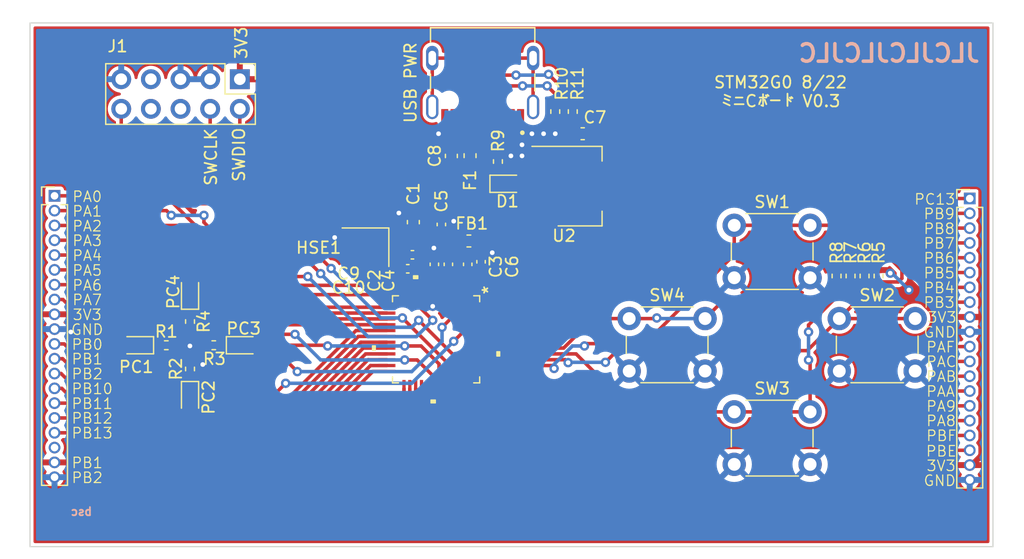
<source format=kicad_pcb>
(kicad_pcb (version 20211014) (generator pcbnew)
  (layers (0 "F.Cu" signal) (31 "B.Cu" signal) (34 "B.Paste" user) (35 "F.Paste" user) (36 "B.SilkS" user "B.Silkscreen") (37 "F.SilkS" user "F.Silkscreen") (38 "B.Mask" user) (39 "F.Mask" user) (44 "Edge.Cuts" user))
  (net 0 "")
  (net 1 "+3V3")
  (net 2 "GND")
  (net 3 "+3.3VA")
  (net 4 "Net-(C8-Pad1)")
  (net 5 "HSE_IN")
  (net 6 "Net-(C10-Pad2)")
  (net 7 "HSE_OUT")
  (net 8 "Net-(D1-Pad1)")
  (net 9 "LED_4")
  (net 10 "Net-(J4-PadA5)")
  (net 11 "LED_3")
  (net 12 "Net-(J4-PadB5)")
  (net 13 "LED_2")
  (net 14 "Net-(PC1-Pad1)")
  (net 15 "LED_1")
  (net 16 "Net-(PC2-Pad1)")
  (net 17 "VBUS")
  (net 18 "SWDIO")
  (net 19 "SWCLK")
  (net 23 "NRST")
  (net 24 "PA0")
  (net 25 "PA1")
  (net 26 "PA2")
  (net 27 "PA3")
  (net 28 "PA4")
  (net 29 "PA5")
  (net 30 "PA6")
  (net 31 "PA7")
  (net 32 "PB0")
  (net 33 "PB1")
  (net 34 "PB2")
  (net 35 "PB10")
  (net 36 "PB11")
  (net 37 "PB12")
  (net 38 "PB13")
  (net 40 "PC13")
  (net 41 "PB9")
  (net 42 "PB8")
  (net 43 "PB7")
  (net 44 "PB6")
  (net 45 "PB5")
  (net 46 "PB4")
  (net 47 "PB3")
  (net 48 "PA15")
  (net 49 "PA12")
  (net 50 "PA11")
  (net 51 "PA10")
  (net 52 "PA9")
  (net 53 "PA8")
  (net 54 "PB15")
  (net 55 "PB14")
  (net 58 "Net-(PC3-Pad1)")
  (net 63 "Net-(PC4-Pad1)")
  (net 64 "unconnected-(J4-PadS1)")
  (net 65 "B1")
  (net 66 "B2")
  (net 67 "B3")
  (net 68 "B4")
  (footprint "Resistor_SMD:R_0402_1005Metric" (layer "F.Cu") (at 195.6 82.2 -90)
    (fp_text reference "R8")
    (fp_text value "10k")
  )
  (footprint "Button_Switch_THT:SW_PUSH_6mm_H5mm" (layer "F.Cu") (at 186.834 77.852)
    (fp_text reference "SW1")
    (fp_text value "SW_Push")
  )
  (footprint "Capacitor_SMD:C_0402_1005Metric" (layer "F.Cu") (at 164 81.2 90)
    (fp_text reference "C3")
    (fp_text value "100n")
  )
  (footprint "Button_Switch_THT:SW_PUSH_6mm_H5mm" (layer "F.Cu") (at 186.834 93.852)
    (fp_text reference "SW3")
    (fp_text value "SW_Push")
  )
  (footprint "Fuse:Fuse_0603_1608Metric" (layer "F.Cu") (at 164.2 71.88125 -90)
    (fp_text reference "F1")
    (fp_text value "500mA")
  )
  (footprint "Capacitor_SMD:C_0603_1608Metric" (layer "F.Cu") (at 159.3425 77.5825 90)
    (fp_text reference "C1")
    (fp_text value "4.7u")
  )
  (footprint "Crystal:Crystal_SMD_3225-4Pin_3.2x2.5mm" (layer "F.Cu") (at 155.2425 79.7325 180)
    (fp_text reference "HSE1")
    (fp_text value "16MHz")
  )
  (footprint "TYPE-C-31-M-12:HRO_TYPE-C-31-M-12" (layer "F.Cu") (at 165.28 63.51625 180)
    (fp_text reference "J4" hide)
    (fp_text value "TYPE-C-31-M-12")
  )
  (footprint "Resistor_SMD:R_0402_1005Metric" (layer "F.Cu") (at 166.5875 72.38375 90)
    (fp_text reference "R9")
    (fp_text value "2k2")
  )
  (footprint "Resistor_SMD:R_0402_1005Metric" (layer "F.Cu") (at 140.208 90.172 90)
    (fp_text reference "R2")
    (fp_text value "2k2")
  )
  (footprint "Inductor_SMD:L_0603_1608Metric" (layer "F.Cu") (at 164.1 79.2)
    (fp_text reference "FB1")
    (fp_text value "120R")
  )
  (footprint "Capacitor_SMD:C_0402_1005Metric" (layer "F.Cu") (at 161.7425 77.7825 90)
    (fp_text reference "C5")
    (fp_text value "1u")
  )
  (footprint "Capacitor_SMD:C_0402_1005Metric" (layer "F.Cu") (at 161.1425 81.2 90)
    (fp_text reference "C2")
    (fp_text value "100n")
  )
  (footprint "LED_SMD:LED_0603_1608Metric" (layer "F.Cu") (at 135.6 88.138 180)
    (fp_text reference "PC1")
    (fp_text value "LED_4")
  )
  (footprint "Resistor_SMD:R_0402_1005Metric" (layer "F.Cu") (at 140.208 86.104 -90)
    (fp_text reference "R4")
    (fp_text value "2k2")
  )
  (footprint "Capacitor_SMD:C_0603_1608Metric" (layer "F.Cu") (at 173.85 70 180)
    (fp_text reference "C7")
    (fp_text value "10u")
  )
  (footprint "LED_SMD:LED_0603_1608Metric" (layer "F.Cu") (at 140.208 83.566 90)
    (fp_text reference "PC4")
    (fp_text value "LED_1")
  )
  (footprint "Button_Switch_THT:SW_PUSH_6mm_H5mm" (layer "F.Cu") (at 177.834 85.852)
    (fp_text reference "SW4")
    (fp_text value "SW_Push")
  )
  (footprint "LED_SMD:LED_0603_1608Metric" (layer "F.Cu") (at 144.8055 88.138)
    (fp_text reference "PC3")
    (fp_text value "LED_2")
  )
  (footprint "Resistor_SMD:R_0402_1005Metric" (layer "F.Cu") (at 138.176 88.138)
    (fp_text reference "R1")
    (fp_text value "2k2")
  )
  (footprint "Connector_PinHeader_2.54mm:PinHeader_2x05_P2.54mm_Vertical" (layer "F.Cu") (at 144.475 65.325 -90)
    (fp_text reference "J1")
    (fp_text value "SWD")
  )
  (footprint "Package_TO_SOT_SMD:SOT-223-3_TabPin2" (layer "F.Cu") (at 173.6 74.49375)
    (fp_text reference "U2")
    (fp_text value "AMS1117-3.3")
  )
  (footprint "Capacitor_SMD:C_0402_1005Metric" (layer "F.Cu") (at 158.8625 81.5825 180)
    (fp_text reference "C10")
    (fp_text value "12p")
  )
  (footprint "Connector_PinHeader_1.27mm:PinHeader_1x20_P1.27mm_Vertical" (layer "F.Cu") (at 207.01 75.555)
    (fp_text reference "J3" hide)
    (fp_text value "Conn_01x20")
  )
  (footprint "Resistor_SMD:R_0402_1005Metric" (layer "F.Cu") (at 171.5 68.1 90)
    (fp_text reference "R10")
    (fp_text value "5k1")
  )
  (footprint "Resistor_SMD:R_0402_1005Metric" (layer "F.Cu") (at 173 68.1 -90)
    (fp_text reference "R11")
    (fp_text value "5k1")
  )
  (footprint "Capacitor_SMD:C_0603_1608Metric" (layer "F.Cu") (at 162.6 71.90625 90)
    (fp_text reference "C8")
    (fp_text value "10u")
  )
  (footprint "Capacitor_SMD:C_0402_1005Metric" (layer "F.Cu") (at 162.3425 81.2 90)
    (fp_text reference "C4")
    (fp_text value "10n")
  )
  (footprint "Resistor_SMD:R_0402_1005Metric" (layer "F.Cu") (at 199.2 82.2 -90)
    (fp_text reference "R5")
    (fp_text value "10k")
  )
  (footprint "Button_Switch_THT:SW_PUSH_6mm_H5mm" (layer "F.Cu") (at 195.834 85.852)
    (fp_text reference "SW2")
    (fp_text value "SW_Push")
  )
  (footprint "Resistor_SMD:R_0402_1005Metric" (layer "F.Cu") (at 142.242 88.138 180)
    (fp_text reference "R3")
    (fp_text value "2k2")
  )
  (footprint "LED_SMD:LED_0603_1608Metric" (layer "F.Cu") (at 140.208 92.7355 -90)
    (fp_text reference "PC2")
    (fp_text value "LED_3")
  )
  (footprint "Capacitor_SMD:C_0402_1005Metric" (layer "F.Cu") (at 159.2625 80.3825 180)
    (fp_text reference "C9")
    (fp_text value "12p")
  )
  (footprint "footprints:STM32G070CBT6" (layer "F.Cu") (at 161.29 87.63 -90)
    (fp_text reference "U1" hide)
    (fp_text value "STM32G070CBT6" hide)
  )
  (footprint "Capacitor_SMD:C_0402_1005Metric" (layer "F.Cu") (at 165.1425 80.9825 90)
    (fp_text reference "C6")
    (fp_text value "1u")
  )
  (footprint "Resistor_SMD:R_0402_1005Metric" (layer "F.Cu") (at 198 82.2 -90)
    (fp_text reference "R6")
    (fp_text value "10k")
  )
  (footprint "Resistor_SMD:R_0402_1005Metric" (layer "F.Cu") (at 196.8 82.2 -90)
    (fp_text reference "R7")
    (fp_text value "10k")
  )
  (footprint "Connector_PinHeader_1.27mm:PinHeader_1x20_P1.27mm_Vertical" (layer "F.Cu") (at 128.6 75.325)
    (fp_text reference "J2" hide)
    (fp_text value "Conn_01x20")
  )
  (footprint "LED_SMD:LED_0603_1608Metric" (layer "F.Cu") (at 167.3875 74.29375)
    (fp_text reference "D1")
    (fp_text value "BLUE")
  )
  (gr_line (start 209 60.5) (end 209 105.41) (layer "Edge.Cuts") (width 0.1))
  (gr_line (start 126.5 105.41) (end 126.5 60.5) (layer "Edge.Cuts") (width 0.1))
  (gr_line (start 126.5 60.5) (end 209 60.5) (layer "Edge.Cuts") (width 0.1))
  (gr_line (start 209 105.41) (end 126.5 105.41) (layer "Edge.Cuts") (width 0.1))
  (gr_text "bsc" (at 130.9 102.4) (layer "B.SilkS") (effects (font (size 0.7 0.7)) (justify mirror)))
  (gr_text "JLCJLCJLCJLC" (at 200.1 63.1) (layer "B.SilkS") (effects (font (size 1.5 1.5) (thickness 0.3)) (justify mirror)))
  (gr_text "STM32G0 8/22\nミニCボード V0.3" (at 190.8 66.4) (layer "F.SilkS") (effects (font (size 1 1))))
  (gr_text "PB11" (at 131.825 93.15) (layer "F.SilkS") (effects (font (size 0.9 0.9) (thickness 0.1))))
  (gr_text "PB3" (at 203 84.475) (layer "F.SilkS") (effects (font (size 0.9 0.9) (thickness 0.1)) (justify left)))
  (gr_text "PA2" (at 131.4 77.925) (layer "F.SilkS") (effects (font (size 0.9 0.9) (thickness 0.1))))
  (gr_text "PA1" (at 131.4 76.65) (layer "F.SilkS") (effects (font (size 0.9 0.9) (thickness 0.1))))
  (gr_text "PA3" (at 131.4 79.175) (layer "F.SilkS") (effects (font (size 0.9 0.9) (thickness 0.1))))
  (gr_text "PA6" (at 131.4 83) (layer "F.SilkS") (effects (font (size 0.9 0.9) (thickness 0.1))))
  (gr_text "3V3" (at 144.6 62.2 90) (layer "F.SilkS") (effects (font (size 1 1))))
  (gr_text "PB12" (at 131.825 94.4) (layer "F.SilkS") (effects (font (size 0.9 0.9) (thickness 0.1))))
  (gr_text "PA9" (at 203.225 93.375) (layer "F.SilkS") (effects (font (size 0.9 0.9) (thickness 0.1)) (justify left)))
  (gr_text "PB9" (at 203 76.875) (layer "F.SilkS") (effects (font (size 0.9 0.9) (thickness 0.1)) (justify left)))
  (gr_text "PB6" (at 203 80.675) (layer "F.SilkS") (effects (font (size 0.9 0.9) (thickness 0.1)) (justify left)))
  (gr_text "PBE" (at 203.2 97.225) (layer "F.SilkS") (effects (font (size 0.9 0.9) (thickness 0.1)) (justify left)))
  (gr_text "GND\n" (at 131.4 86.8) (layer "F.SilkS") (effects (font (size 0.9 0.9) (thickness 0.1))))
  (gr_text "PB1" (at 131.4 89.325) (layer "F.SilkS") (effects (font (size 0.9 0.9) (thickness 0.1))))
  (gr_text "PAF" (at 203.225 88.3) (layer "F.SilkS") (effects (font (size 0.9 0.9) (thickness 0.1)) (justify left)))
  (gr_text "PC13" (at 202.2 75.625) (layer "F.SilkS") (effects (font (size 0.9 0.9) (thickness 0.1)) (justify left)))
  (gr_text "PB13" (at 131.825 95.675) (layer "F.SilkS") (effects (font (size 0.9 0.9) (thickness 0.1))))
  (gr_text "PB10" (at 131.825 91.875) (layer "F.SilkS") (effects (font (size 0.9 0.9) (thickness 0.1))))
  (gr_text "PBF" (at 203.225 95.9) (layer "F.SilkS") (effects (font (size 0.9 0.9) (thickness 0.1)) (justify left)))
  (gr_text "PAC" (at 203.225 89.55) (layer "F.SilkS") (effects (font (size 0.9 0.9) (thickness 0.1)) (justify left)))
  (gr_text "PB2" (at 131.4 90.6) (layer "F.SilkS") (effects (font (size 0.9 0.9) (thickness 0.1))))
  (gr_text "PB7" (at 203 79.4) (layer "F.SilkS") (effects (font (size 0.9 0.9) (thickness 0.1)) (justify left)))
  (gr_text "PA8" (at 203.225 94.625) (layer "F.SilkS") (effects (font (size 0.9 0.9) (thickness 0.1)) (justify left)))
  (gr_text "PB8\n" (at 203 78.15) (layer "F.SilkS") (effects (font (size 0.9 0.9) (thickness 0.1)) (justify left)))
  (gr_text "USB PWR" (at 159.1 65.625 90) (layer "F.SilkS") (effects (font (size 1 1))))
  (gr_text "PA0" (at 131.4 75.4) (layer "F.SilkS") (effects (font (size 0.9 0.9) (thickness 0.1))))
  (gr_text "PB4" (at 203 83.225) (layer "F.SilkS") (effects (font (size 0.9 0.9) (thickness 0.1)) (justify left)))
  (gr_text "3V3" (at 203.325 85.75) (layer "F.SilkS") (effects (font (size 0.9 0.9) (thickness 0.1)) (justify left)))
  (gr_text "SWCLK\n" (at 142 72 90) (layer "F.SilkS") (effects (font (size 1 1))))
  (gr_text "GND\n" (at 203 87.025) (layer "F.SilkS") (effects (font (size 0.9 0.9) (thickness 0.1)) (justify left)))
  (gr_text "PB1" (at 131.4 98.225) (layer "F.SilkS") (effects (font (size 0.9 0.9) (thickness 0.1))))
  (gr_text "PA4\n" (at 131.4 80.45) (layer "F.SilkS") (effects (font (size 0.9 0.9) (thickness 0.1))))
  (gr_text "PB5" (at 203 81.95) (layer "F.SilkS") (effects (font (size 0.9 0.9) (thickness 0.1)) (justify left)))
  (gr_text "GND" (at 203 99.75) (layer "F.SilkS") (effects (font (size 0.9 0.9) (thickness 0.1)) (justify left)))
  (gr_text "SWDIO\n" (at 144.4 71.8 90) (layer "F.SilkS") (effects (font (size 1 1))))
  (gr_text "3V3" (at 131.4 85.525) (layer "F.SilkS") (effects (font (size 0.9 0.9) (thickness 0.1))))
  (gr_text "PA5\n" (at 131.4 81.725) (layer "F.SilkS") (effects (font (size 0.9 0.9) (thickness 0.1))))
  (gr_text "PAB" (at 203.225 90.825) (layer "F.SilkS") (effects (font (size 0.9 0.9) (thickness 0.1)) (justify left)))
  (gr_text "3V3" (at 203.25 98.475) (layer "F.SilkS") (effects (font (size 0.9 0.9) (thickness 0.1)) (justify left)))
  (gr_text "PAA" (at 203.225 92.1) (layer "F.SilkS") (effects (font (size 0.9 0.9) (thickness 0.1)) (justify left)))
  (gr_text "PA7" (at 131.4 84.25) (layer "F.SilkS") (effects (font (size 0.9 0.9) (thickness 0.1))))
  (gr_text "PB2" (at 131.4 99.5) (layer "F.SilkS") (effects (font (size 0.9 0.9) (thickness 0.1))))
  (gr_text "PB0" (at 131.4 88.075) (layer "F.SilkS") (effects (font (size 0.9 0.9) (thickness 0.1))))
  (segment (start 167.1375 81.4625) (end 165.1425 81.4625) (width 0.5) (layer "F.Cu") (net 1))
  (segment (start 164 81.68) (end 164.52 81.68) (width 0.3) (layer "F.Cu") (net 1))
  (segment (start 208 85.8) (end 208 97.6) (width 0.5) (layer "F.Cu") (net 1))
  (segment (start 161.54 82.54) (end 161.1425 82.1425) (width 0.3) (layer "F.Cu") (net 1))
  (segment (start 208 97.6) (end 207.185 98.415) (width 0.5) (layer "F.Cu") (net 1))
  (segment (start 199.2 81.69) (end 195.6 81.69) (width 0.3) (layer "F.Cu") (net 1))
  (segment (start 176.75 73.05) (end 176.75 74.49375) (width 0.5) (layer "F.Cu") (net 1))
  (segment (start 161.8 84.6) (end 161.8 84.539339) (width 0.3) (layer "F.Cu") (net 1))
  (segment (start 163.48 82.2) (end 164 81.68) (width 0.3) (layer "F.Cu") (net 1))
  (segment (start 208 85.8) (end 208 74.6) (width 0.5) (layer "F.Cu") (net 1))
  (segment (start 167.2 78.6) (end 166.4875 77.8875) (width 0.5) (layer "F.Cu") (net 1))
  (segment (start 174.625 70) (end 174.625 76.61875) (width 0.5) (layer "F.Cu") (net 1))
  (segment (start 161.54 84.279339) (end 161.54 83.4136) (width 0.3) (layer "F.Cu") (net 1))
  (segment (start 173.596875 77.646875) (end 169.78125 81.4625) (width 0.5) (layer "F.Cu") (net 1))
  (segment (start 167.1375 81.4625) (end 167.2 81.4) (width 0.5) (layer "F.Cu") (net 1))
  (segment (start 160 75.2) (end 159 75.2) (width 0.5) (layer "F.Cu") (net 1))
  (segment (start 167.2 81.4) (end 167.2 78.6) (width 0.5) (layer "F.Cu") (net 1))
  (segment (start 162.625465 82.4) (end 162.825465 82.2) (width 0.3) (layer "F.Cu") (net 1))
  (segment (start 203.4 70) (end 205.675 72.275) (width 0.5) (layer "F.Cu") (net 1))
  (segment (start 164.52 81.68) (end 164.7375 81.4625) (width 0.3) (layer "F.Cu") (net 1))
  (segment (start 174.625 76.61875) (end 173.596875 77.646875) (width 0.5) (layer "F.Cu") (net 1))
  (segment (start 162.825465 82.2) (end 163.48 82.2) (width 0.3) (layer "F.Cu") (net 1))
  (segment (start 169.78125 81.4625) (end 167.1375 81.4625) (width 0.5) (layer "F.Cu") (net 1))
  (segment (start 161.2 76.4) (end 163.4 76.4) (width 0.5) (layer "F.Cu") (net 1))
  (segment (start 174.625 70) (end 203.4 70) (width 0.5) (layer "F.Cu") (net 1))
  (segment (start 207.01 85.715) (end 207.915 85.715) (width 0.5) (layer "F.Cu") (net 1))
  (segment (start 162.54 82.46) (end 162.6 82.4) (width 0.3) (layer "F.Cu") (net 1))
  (segment (start 162.54 84.66) (end 162.4 84.8) (width 0.3) (layer "F.Cu") (net 1))
  (segment (start 162.6 82.4) (end 162.625465 82.4) (width 0.3) (layer "F.Cu") (net 1))
  (segment (start 164.7375 81.4625) (end 165.1425 81.4625) (width 0.3) (layer "F.Cu") (net 1))
  (segment (start 149.125 65.325) (end 144.475 65.325) (width 0.5) (layer "F.Cu") (net 1))
  (segment (start 161.8 84.539339) (end 161.54 84.279339) (width 0.3) (layer "F.Cu") (net 1))
  (segment (start 166.4875 77.8875) (end 164.8875 77.8875) (width 0.5) (layer "F.Cu") (net 1))
  (segment (start 161.2 76.4) (end 160 75.2) (width 0.5) (layer "F.Cu") (net 1))
  (segment (start 162.4 84.8) (end 162 84.8) (width 0.3) (layer "F.Cu") (net 1))
  (segment (start 207.915 85.715) (end 208 85.8) (width 0.5) (layer "F.Cu") (net 1))
  (segment (start 201.8 83.4) (end 204.115 85.715) (width 0.3) (layer "F.Cu") (net 1))
  (segment (start 207.185 98.415) (end 207.01 98.415) (width 0.5) (layer "F.Cu") (net 1))
  (segment (start 204.115 85.715) (end 207.01 85.715) (width 0.3) (layer "F.Cu") (net 1))
  (segment (start 159 75.2) (end 149.125 65.325) (width 0.5) (layer "F.Cu") (net 1))
  (segment (start 162.54 83.4136) (end 162.54 82.46) (width 0.3) (layer "F.Cu") (net 1))
  (segment (start 162.54 83.4136) (end 162.54 84.66) (width 0.3) (layer "F.Cu") (net 1))
  (segment (start 161.54 83.4136) (end 161.54 82.54) (width 0.3) (layer "F.Cu") (net 1))
  (segment (start 159.3425 78.2575) (end 161.2 76.4) (width 0.5) (layer "F.Cu") (net 1))
  (segment (start 164.8875 77.8875) (end 163.4 76.4) (width 0.5) (layer "F.Cu") (net 1))
  (segment (start 208 74.6) (end 205.675 72.275) (width 0.5) (layer "F.Cu") (net 1))
  (segment (start 162 84.8) (end 161.8 84.6) (width 0.3) (layer "F.Cu") (net 1))
  (segment (start 199.2 81.69) (end 199.9295 81.69) (width 0.3) (layer "F.Cu") (net 1))
  (segment (start 199.9295 81.69) (end 200.2 81.9605) (width 0.3) (layer "F.Cu") (net 1))
  (segment (start 159.3425 78.3575) (end 159.3425 78.2575) (width 0.5) (layer "F.Cu") (net 1))
  (segment (start 161.1425 82.1425) (end 161.1425 81.68) (width 0.3) (layer "F.Cu") (net 1))
  (segment (start 164.8875 79.2) (end 164.8875 77.8875) (width 0.5) (layer "F.Cu") (net 1))
  (via (at 201.8 83.4) (size 0.8) (drill 0.4) (layers "F.Cu" "B.Cu") (net 1))
  (via (at 200.2 81.9605) (size 0.8) (drill 0.4) (layers "F.Cu" "B.Cu") (net 1))
  (segment (start 200.2 81.9605) (end 200.3605 81.9605) (width 0.3) (layer "B.Cu") (net 1))
  (segment (start 200.3605 81.9605) (end 201.8 83.4) (width 0.3) (layer "B.Cu") (net 1))
  (segment (start 140.208 86.614) (end 140.208 88.192) (width 0.3) (layer "F.Cu") (net 2))
  (segment (start 161.1425 80.72) (end 161.1425 79.8425) (width 0.5) (layer "F.Cu") (net 2))
  (segment (start 161.5 70.5) (end 161.5 70) (width 0.3) (layer "F.Cu") (net 2))
  (segment (start 165.1425 80.5025) (end 165.7975 80.5025) (width 0.5) (layer "F.Cu") (net 2))
  (segment (start 165.1425 80.5025) (end 164.2175 80.5025) (width 0.5) (layer "F.Cu") (net 2))
  (segment (start 140.262 88.138) (end 140.2 88.2) (width 0.3) (layer "F.Cu") (net 2))
  (segment (start 159.3425 76.8075) (end 158.1075 76.8075) (width 0.3) (layer "F.Cu") (net 2))
  (segment (start 140.208 88.192) (end 140.2 88.2) (width 0.3) (layer "F.Cu") (net 2))
  (segment (start 168.53 68.61125) (end 168.53 69.03) (width 0.5) (layer "F.Cu") (net 2))
  (segment (start 164.2175 80.5025) (end 164 80.72) (width 0.5) (layer "F.Cu") (net 2))
  (segment (start 140.208 89.662) (end 141.1705 89.662) (width 0.3) (layer "F.Cu") (net 2))
  (segment (start 162.03 68.61125) (end 162.03 69.47) (width 0.3) (layer "F.Cu") (net 2))
  (segment (start 161.04 84.76) (end 161 84.8) (width 0.3) (layer "F.Cu") (net 2))
  (segment (start 162.6025 77.3025) (end 162.8 77.5) (width 0.3) (layer "F.Cu") (net 2))
  (segment (start 138.686 88.138) (end 140.138 88.138) (width 0.3) (layer "F.Cu") (net 2))
  (segment (start 141.732 88.138) (end 140.262 88.138) (width 0.3) (layer "F.Cu") (net 2))
  (segment (start 162.3425 80.72) (end 161.1425 80.72) (width 0.5) (layer "F.Cu") (net 2))
  (segment (start 161.04 83.4136) (end 161.04 84.76) (width 0.3) (layer "F.Cu") (net 2))
  (segment (start 162.6 71.13125) (end 162.13125 71.13125) (width 0.3) (layer "F.Cu") (net 2))
  (segment (start 141.1705 89.662) (end 141.3 89.7915) (width 0.3) (layer "F.Cu") (net 2))
  (segment (start 161.7425 77.3025) (end 162.6025 77.3025) (width 0.3) (layer "F.Cu") (net 2))
  (segment (start 140.138 88.138) (end 140.2 88.2) (width 0.3) (layer "F.Cu") (net 2))
  (segment (start 162.03 69.47) (end 161.5 70) (width 0.3) (layer "F.Cu") (net 2))
  (segment (start 152.6175 78.8825) (end 152.6 78.9) (width 0.3) (layer "F.Cu") (net 2))
  (segment (start 165.7975 80.5025) (end 166.1 80.2) (width 0.5) (layer "F.Cu") (net 2))
  (segment (start 129.755 86.755) (end 130 87) (width 0.3) (layer "F.Cu") (net 2))
  (segment (start 154.1425 78.8825) (end 152.6175 78.8825) (width 0.3) (layer "F.Cu") (net 2))
  (segment (start 158.1075 76.8075) (end 158.1 76.8) (width 0.3) (layer "F.Cu") (net 2))
  (segment (start 161.1425 79.8425) (end 161.1 79.8) (width 0.5) (layer "F.Cu") (net 2))
  (segment (start 162.13125 71.13125) (end 161.5 70.5) (width 0.3) (layer "F.Cu") (net 2))
  (segment (start 128.6 86.755) (end 129.755 86.755) (width 0.3) (layer "F.Cu") (net 2))
  (via (at 140.2 88.2) (size 0.8) (drill 0.4) (layers "F.Cu" "B.Cu") (net 2))
  (via (at 169.5 70) (size 0.8) (drill 0.4) (layers "F.Cu" "B.Cu") (net 2))
  (via (at 166.1 80.2) (size 0.8) (drill 0.4) (layers "F.Cu" "B.Cu") (net 2))
  (via (at 141.3 89.7915) (size 0.8) (drill 0.4) (layers "F.Cu" "B.Cu") (net 2))
  (via (at 167.7 71.9) (size 0.8) (drill 0.4) (layers "F.Cu" "B.Cu") (net 2))
  (via (at 171.5 70) (size 0.8) (drill 0.4) (layers "F.Cu" "B.Cu") (net 2))
  (via (at 168.65 71.9) (size 0.8) (drill 0.4) (layers "F.Cu" "B.Cu") (net 2))
  (via (at 161.1 79.8) (size 0.8) (drill 0.4) (layers "F.Cu" "B.Cu") (net 2))
  (via (at 170.5 70) (size 0.8) (drill 0.4) (layers "F.Cu" "B.Cu") (net 2))
  (via (at 162.8 77.5) (size 0.8) (drill 0.4) (layers "F.Cu" "B.Cu") (net 2))
  (via (at 161.5 70) (size 0.8) (drill 0.4) (layers "F.Cu" "B.Cu") (net 2))
  (via (at 168.65 70.95) (size 0.8) (drill 0.4) (layers "F.Cu" "B.Cu") (net 2))
  (via (at 152.6 78.9) (size 0.8) (drill 0.4) (layers "F.Cu" "B.Cu") (net 2))
  (via (at 161 84.8) (size 0.8) (drill 0.4) (layers "F.Cu" "B.Cu") (net 2))
  (via (at 158.1 76.8) (size 0.8) (drill 0.4) (layers "F.Cu" "B.Cu") (net 2))
  (via (at 130 87) (size 0.8) (drill 0.4) (layers "F.Cu" "B.Cu") (net 2))
  (segment (start 162.2 79.2) (end 161.7425 78.7425) (width 0.3) (layer "F.Cu") (net 3))
  (segment (start 162.040001 81.982499) (end 162.3425 81.68) (width 0.3) (layer "F.Cu") (net 3))
  (segment (start 163.2 81.4) (end 163.2 79.3125) (width 0.3) (layer "F.Cu") (net 3))
  (segment (start 163.3125 79.2) (end 162.2 79.2) (width 0.3) (layer "F.Cu") (net 3))
  (segment (start 162.92 81.68) (end 163.2 81.4) (width 0.3) (layer "F.Cu") (net 3))
  (segment (start 163.2 79.3125) (end 163.3125 79.2) (width 0.3) (layer "F.Cu") (net 3))
  (segment (start 162.3425 81.68) (end 162.92 81.68) (width 0.3) (layer "F.Cu") (net 3))
  (segment (start 161.7425 78.7425) (end 161.7425 78.2625) (width 0.3) (layer "F.Cu") (net 3))
  (segment (start 162.040001 83.4136) (end 162.040001 81.982499) (width 0.3) (layer "F.Cu") (net 3))
  (segment (start 162.6125 72.66875) (end 162.6 72.68125) (width 0.5) (layer "F.Cu") (net 4))
  (segment (start 157.2825 78.8825) (end 156.3425 78.8825) (width 0.5) (layer "F.Cu") (net 5))
  (segment (start 160.539999 83.4136) (end 160.539999 82.139999) (width 0.3) (layer "F.Cu") (net 5))
  (segment (start 159.4 79.6) (end 158 79.6) (width 0.5) (layer "F.Cu") (net 5))
  (segment (start 159.7425 80.3825) (end 159.7425 79.9425) (width 0.5) (layer "F.Cu") (net 5))
  (segment (start 160.539999 82.139999) (end 160.2 81.8) (width 0.3) (layer "F.Cu") (net 5))
  (segment (start 160.2 80.84) (end 159.7425 80.3825) (width 0.3) (layer "F.Cu") (net 5))
  (segment (start 160.2 81.8) (end 160.2 80.84) (width 0.3) (layer "F.Cu") (net 5))
  (segment (start 158 79.6) (end 157.2825 78.8825) (width 0.5) (layer "F.Cu") (net 5))
  (segment (start 159.7425 79.9425) (end 159.4 79.6) (width 0.5) (layer "F.Cu") (net 5))
  (segment (start 156.3425 80.5825) (end 157.8175 80.5825) (width 0.3) (layer "F.Cu") (net 6))
  (segment (start 157.8175 80.5825) (end 158.0175 80.3825) (width 0.3) (layer "F.Cu") (net 6))
  (segment (start 158.0175 80.3825) (end 158.7825 80.3825) (width 0.3) (layer "F.Cu") (net 6))
  (segment (start 158.3825 81.5825) (end 158.6 81.365) (width 0.3) (layer "F.Cu") (net 6))
  (segment (start 158.6 80.565) (end 158.7825 80.3825) (width 0.3) (layer "F.Cu") (net 6))
  (segment (start 158.6 81.365) (end 158.6 80.565) (width 0.3) (layer "F.Cu") (net 6))
  (segment (start 156.6 81.8) (end 154.8 81.8) (width 0.3) (layer "F.Cu") (net 7))
  (segment (start 159.3425 81.7425) (end 159.3425 81.5825) (width 0.3) (layer "F.Cu") (net 7))
  (segment (start 154.8 81.8) (end 154.1425 81.1425) (width 0.3) (layer "F.Cu") (net 7))
  (segment (start 159.9 82.3) (end 157.1 82.3) (width 0.3) (layer "F.Cu") (net 7))
  (segment (start 157.1 82.3) (end 156.6 81.8) (width 0.3) (layer "F.Cu") (net 7))
  (segment (start 160.04 82.44) (end 159.9 82.3) (width 0.3) (layer "F.Cu") (net 7))
  (segment (start 154.1425 81.1425) (end 154.1425 80.5825) (width 0.3) (layer "F.Cu") (net 7))
  (segment (start 160.04 83.4136) (end 160.04 82.44) (width 0.3) (layer "F.Cu") (net 7))
  (segment (start 159.9 82.3) (end 159.3425 81.7425) (width 0.3) (layer "F.Cu") (net 7))
  (segment (start 166.6 72.90625) (end 166.5875 72.89375) (width 0.5) (layer "F.Cu") (net 8))
  (segment (start 166.6 74.29375) (end 166.6 72.90625) (width 0.5) (layer "F.Cu") (net 8))
  (segment (start 148.042 89.042) (end 135.7165 89.042) (width 0.3) (layer "F.Cu") (net 9))
  (segment (start 135.7165 89.042) (end 134.8125 88.138) (width 0.3) (layer "F.Cu") (net 9))
  (segment (start 163.039999 83.4136) (end 163.04 85.36) (width 0.3) (layer "F.Cu") (net 9))
  (segment (start 149.4 90.4) (end 148.042 89.042) (width 0.3) (layer "F.Cu") (net 9))
  (segment (start 163.04 85.36) (end 161.8 86.6) (width 0.3) (layer "F.Cu") (net 9))
  (via (at 149.4 90.4) (size 0.8) (drill 0.4) (layers "F.Cu" "B.Cu") (net 9))
  (via (at 161.8 86.6) (size 0.8) (drill 0.4) (layers "F.Cu" "B.Cu") (net 9))
  (segment (start 159.2 90.4) (end 149.4 90.4) (width 0.3) (layer "B.Cu") (net 9))
  (segment (start 161.8 86.6) (end 161.8 87.8) (width 0.3) (layer "B.Cu") (net 9))
  (segment (start 161.8 87.8) (end 159.2 90.4) (width 0.3) (layer "B.Cu") (net 9))
  (segment (start 166.53 68.61125) (end 166.53 66.87) (width 0.3) (layer "F.Cu") (net 10))
  (segment (start 167.5 65.9) (end 168.7 65.9) (width 0.3) (layer "F.Cu") (net 10))
  (segment (start 171.5 67.59) (end 171.5 66.6) (width 0.3) (layer "F.Cu") (net 10))
  (segment (start 166.53 66.87) (end 167.5 65.9) (width 0.3) (layer "F.Cu") (net 10))
  (segment (start 171.5 66.6) (end 170.8 65.9) (width 0.3) (layer "F.Cu") (net 10))
  (via (at 170.8 65.9) (size 0.8) (drill 0.4) (layers "F.Cu" "B.Cu") (net 10))
  (via (at 168.7 65.9) (size 0.8) (drill 0.4) (layers "F.Cu" "B.Cu") (net 10))
  (segment (start 170.8 65.9) (end 168.7 65.9) (width 0.3) (layer "B.Cu") (net 10))
  (segment (start 146.277 93.523) (end 140.208 93.523) (width 0.3) (layer "F.Cu") (net 11))
  (segment (start 163.540001 83.4136) (end 163.540001 87.059999) (width 0.3) (layer "F.Cu") (net 11))
  (segment (start 163.540001 87.059999) (end 162.8 87.8) (width 0.3) (layer "F.Cu") (net 11))
  (segment (start 148.4 91.4) (end 146.277 93.523) (width 0.3) (layer "F.Cu") (net 11))
  (via (at 148.4 91.4) (size 0.8) (drill 0.4) (layers "F.Cu" "B.Cu") (net 11))
  (via (at 162.8 87.8) (size 0.8) (drill 0.4) (layers "F.Cu" "B.Cu") (net 11))
  (segment (start 162.8 87.8) (end 159.2 91.4) (width 0.3) (layer "B.Cu") (net 11))
  (segment (start 159.2 91.4) (end 148.4 91.4) (width 0.3) (layer "B.Cu") (net 11))
  (segment (start 163.53 67.53625) (end 163.53 68.61125) (width 0.3) (layer "F.Cu") (net 12))
  (segment (start 170.923973 64.908216) (end 173 66.984243) (width 0.3) (layer "F.Cu") (net 12))
  (segment (start 173 66.984243) (end 173 67.59) (width 0.3) (layer "F.Cu") (net 12))
  (segment (start 166.091724 64.974526) (end 163.53 67.53625) (width 0.3) (layer "F.Cu") (net 12))
  (segment (start 168.136443 64.974526) (end 166.091724 64.974526) (width 0.3) (layer "F.Cu") (net 12))
  (via (at 168.136443 64.974526) (size 0.8) (drill 0.4) (layers "F.Cu" "B.Cu") (net 12))
  (via (at 170.923973 64.908216) (size 0.8) (drill 0.4) (layers "F.Cu" "B.Cu") (net 12))
  (segment (start 170.857663 64.974526) (end 168.136443 64.974526) (width 0.3) (layer "B.Cu") (net 12))
  (segment (start 170.923973 64.908216) (end 170.857663 64.974526) (width 0.3) (layer "B.Cu") (net 12))
  (segment (start 161.54 89.74) (end 161.54 91.8464) (width 0.3) (layer "F.Cu") (net 13))
  (segment (start 158.6 88.2) (end 160 88.2) (width 0.3) (layer "F.Cu") (net 13))
  (segment (start 145.593 88.138) (end 151.938 88.138) (width 0.3) (layer "F.Cu") (net 13))
  (segment (start 151.938 88.138) (end 152 88.2) (width 0.3) (layer "F.Cu") (net 13))
  (segment (start 160 88.2) (end 161.54 89.74) (width 0.3) (layer "F.Cu") (net 13))
  (via (at 152 88.2) (size 0.8) (drill 0.4) (layers "F.Cu" "B.Cu") (net 13))
  (via (at 158.6 88.2) (size 0.8) (drill 0.4) (layers "F.Cu" "B.Cu") (net 13))
  (segment (start 152 88.2) (end 158.6 88.2) (width 0.3) (layer "B.Cu") (net 13))
  (segment (start 137.666 88.138) (end 136.3875 88.138) (width 0.5) (layer "F.Cu") (net 14))
  (segment (start 149.2 87.2) (end 145.4 87.2) (width 0.3) (layer "F.Cu") (net 15))
  (segment (start 161.04 91.8464) (end 161.04 90.775702) (width 0.3) (layer "F.Cu") (net 15))
  (segment (start 145.4 87.2) (end 140.9785 82.7785) (width 0.3) (layer "F.Cu") (net 15))
  (segment (start 140.9785 82.7785) (end 140.208 82.7785) (width 0.3) (layer "F.Cu") (net 15))
  (segment (start 159.664298 89.4) (end 158.6 89.4) (width 0.3) (layer "F.Cu") (net 15))
  (segment (start 161.04 90.775702) (end 159.664298 89.4) (width 0.3) (layer "F.Cu") (net 15))
  (via (at 149.2 87.2) (size 0.8) (drill 0.4) (layers "F.Cu" "B.Cu") (net 15))
  (via (at 158.6 89.4) (size 0.8) (drill 0.4) (layers "F.Cu" "B.Cu") (net 15))
  (segment (start 151.4 89.4) (end 149.2 87.2) (width 0.3) (layer "B.Cu") (net 15))
  (segment (start 158.6 89.4) (end 151.4 89.4) (width 0.3) (layer "B.Cu") (net 15))
  (segment (start 140.208 91.948) (end 140.208 90.682) (width 0.5) (layer "F.Cu") (net 16))
  (segment (start 166.3225 71.09375) (end 164.2 71.09375) (width 0.5) (layer "F.Cu") (net 17))
  (segment (start 162.83 69.83) (end 164.09375 71.09375) (width 0.5) (layer "F.Cu") (net 17))
  (segment (start 164.09375 71.09375) (end 164.2 71.09375) (width 0.5) (layer "F.Cu") (net 17))
  (segment (start 167.73 68.61125) (end 167.73 69.68625) (width 0.5) (layer "F.Cu") (net 17))
  (segment (start 162.83 68.61125) (end 162.83 69.83) (width 0.5) (layer "F.Cu") (net 17))
  (segment (start 167.73 69.68625) (end 166.3225 71.09375) (width 0.5) (layer "F.Cu") (net 17))
  (segment (start 163.540001 90.9359) (end 158.404101 85.8) (width 0.3) (layer "F.Cu") (net 18))
  (segment (start 163.540001 91.8464) (end 163.540001 90.9359) (width 0.3) (layer "F.Cu") (net 18))
  (segment (start 152.293982 81.553009) (end 144.475 73.734027) (width 0.3) (layer "F.Cu") (net 18))
  (segment (start 144.475 73.734027) (end 144.475 67.865) (width 0.3) (layer "F.Cu") (net 18))
  (via (at 158.404101 85.8) (size 0.8) (drill 0.4) (layers "F.Cu" "B.Cu") (net 18))
  (via (at 152.293982 81.553009) (size 0.8) (drill 0.4) (layers "F.Cu" "B.Cu") (net 18))
  (segment (start 156.540973 85.8) (end 152.293982 81.553009) (width 0.3) (layer "B.Cu") (net 18))
  (segment (start 158.404101 85.8) (end 156.540973 85.8) (width 0.3) (layer "B.Cu") (net 18))
  (segment (start 164.04 91.8464) (end 164.04 90.24) (width 0.3) (layer "F.Cu") (net 19))
  (segment (start 164.04 90.24) (end 159.8 86) (width 0.3) (layer "F.Cu") (net 19))
  (segment (start 141.935 72.535) (end 141.935 67.865) (width 0.3) (layer "F.Cu") (net 19))
  (segment (start 151.4 82) (end 141.935 72.535) (width 0.3) (layer "F.Cu") (net 19))
  (via (at 159.8 86) (size 0.8) (drill 0.4) (layers "F.Cu" "B.Cu") (net 19))
  (via (at 151.4 82) (size 0.8) (drill 0.4) (layers "F.Cu" "B.Cu") (net 19))
  (segment (start 159.2 86.6) (end 156 86.6) (width 0.3) (layer "B.Cu") (net 19))
  (segment (start 156 86.6) (end 151.4 82) (width 0.3) (layer "B.Cu") (net 19))
  (segment (start 159.8 86) (end 159.2 86.6) (width 0.3) (layer "B.Cu") (net 19))
  (segment (start 134.315 69.715) (end 140.6 76) (width 0.3) (layer "F.Cu") (net 23))
  (segment (start 159.540001 83.4136) (end 159.540001 84.540001) (width 0.3) (layer "F.Cu") (net 23))
  (segment (start 148.7 82.25) (end 150.3 82.25) (width 0.3) (layer "F.Cu") (net 23))
  (segment (start 159.540001 84.540001) (end 161 86) (width 0.3) (layer "F.Cu") (net 23))
  (segment (start 134.315 67.865) (end 134.315 69.715) (width 0.3) (layer "F.Cu") (net 23))
  (segment (start 140.6 76) (end 142.45 76) (width 0.3) (layer "F.Cu") (net 23))
  (segment (start 142.45 76) (end 148.7 82.25) (width 0.3) (layer "F.Cu") (net 23))
  (via (at 161 86) (size 0.8) (drill 0.4) (layers "F.Cu" "B.Cu") (net 23))
  (via (at 150.3 82.25) (size 0.8) (drill 0.4) (layers "F.Cu" "B.Cu") (net 23))
  (segment (start 159.6 87.4) (end 155.45 87.4) (width 0.3) (layer "B.Cu") (net 23))
  (segment (start 161 86) (end 159.6 87.4) (width 0.3) (layer "B.Cu") (net 23))
  (segment (start 155.45 87.4) (end 150.3 82.25) (width 0.3) (layer "B.Cu") (net 23))
  (segment (start 158.2 84.6) (end 157.4 83.8) (width 0.3) (layer "F.Cu") (net 24))
  (segment (start 146.6 83.8) (end 138.125 75.325) (width 0.3) (layer "F.Cu") (net 24))
  (segment (start 138.125 75.325) (end 128.6 75.325) (width 0.3) (layer "F.Cu") (net 24))
  (segment (start 158.8 84.6) (end 158.2 84.6) (width 0.3) (layer "F.Cu") (net 24))
  (segment (start 159.039999 84.360001) (end 158.8 84.6) (width 0.3) (layer "F.Cu") (net 24))
  (segment (start 159.039999 83.4136) (end 159.039999 84.360001) (width 0.3) (layer "F.Cu") (net 24))
  (segment (start 157.4 83.8) (end 146.6 83.8) (width 0.3) (layer "F.Cu") (net 24))
  (segment (start 138.6 77) (end 138.195 76.595) (width 0.3) (layer "F.Cu") (net 25))
  (segment (start 138.195 76.595) (end 128.6 76.595) (width 0.3) (layer "F.Cu") (net 25))
  (segment (start 158.54 83.4136) (end 158.0136 83.4136) (width 0.3) (layer "F.Cu") (net 25))
  (segment (start 141.4 77.6) (end 146.8 83) (width 0.3) (layer "F.Cu") (net 25))
  (segment (start 157.6 83) (end 146.8 83) (width 0.3) (layer "F.Cu") (net 25))
  (segment (start 158.0136 83.4136) (end 157.6 83) (width 0.3) (layer "F.Cu") (net 25))
  (segment (start 141.4 77) (end 141.4 77.6) (width 0.3) (layer "F.Cu") (net 25))
  (via (at 138.6 77) (size 0.8) (drill 0.4) (layers "F.Cu" "B.Cu") (net 25))
  (via (at 141.4 77) (size 0.8) (drill 0.4) (layers "F.Cu" "B.Cu") (net 25))
  (segment (start 138.6 77) (end 141.4 77) (width 0.3) (layer "B.Cu") (net 25))
  (segment (start 146.48 84.88) (end 146.2 84.6) (width 0.3) (layer "F.Cu") (net 26))
  (segment (start 128.6 77.865) (end 139.465 77.865) (width 0.3) (layer "F.Cu") (net 26))
  (segment (start 139.465 77.865) (end 141.2 79.6) (width 0.3) (layer "F.Cu") (net 26))
  (segment (start 157.0736 84.88) (end 146.48 84.88) (width 0.3) (layer "F.Cu") (net 26))
  (segment (start 141.2 79.6) (end 146.2 84.6) (width 0.3) (layer "F.Cu") (net 26))
  (segment (start 157.0736 85.379999) (end 146.272894 85.38) (width 0.3) (layer "F.Cu") (net 27))
  (segment (start 140.027894 79.135) (end 128.6 79.135) (width 0.3) (layer "F.Cu") (net 27))
  (segment (start 146.272894 85.38) (end 140.027894 79.135) (width 0.3) (layer "F.Cu") (net 27))
  (segment (start 157.0736 85.880001) (end 145.88 85.88) (width 0.3) (layer "F.Cu") (net 28))
  (segment (start 140.405 80.405) (end 128.6 80.405) (width 0.3) (layer "F.Cu") (net 28))
  (segment (start 145.88 85.88) (end 140.405 80.405) (width 0.3) (layer "F.Cu") (net 28))
  (segment (start 145.62 86.38) (end 140.915 81.675) (width 0.3) (layer "F.Cu") (net 29))
  (segment (start 140.915 81.675) (end 128.6 81.675) (width 0.3) (layer "F.Cu") (net 29))
  (segment (start 157.0736 86.38) (end 145.62 86.38) (width 0.3) (layer "F.Cu") (net 29))
  (segment (start 132 85) (end 129.945 82.945) (width 0.3) (layer "F.Cu") (net 30))
  (segment (start 154.427107 86.879999) (end 146.053553 95.253553) (width 0.3) (layer "F.Cu") (net 30))
  (segment (start 132 91) (end 132 85) (width 0.3) (layer "F.Cu") (net 30))
  (segment (start 129.945 82.945) (end 128.6 82.945) (width 0.3) (layer "F.Cu") (net 30))
  (segment (start 146.053553 95.253553) (end 136.253553 95.253553) (width 0.3) (layer "F.Cu") (net 30))
  (segment (start 157.0736 86.879999) (end 154.427107 86.879999) (width 0.3) (layer "F.Cu") (net 30))
  (segment (start 136.253553 95.253553) (end 132 91) (width 0.3) (layer "F.Cu") (net 30))
  (segment (start 154.634212 87.38) (end 146.260659 95.753553) (width 0.3) (layer "F.Cu") (net 31))
  (segment (start 131.5 91.207106) (end 131.5 86.4) (width 0.3) (layer "F.Cu") (net 31))
  (segment (start 136.046447 95.753553) (end 131.5 91.207106) (width 0.3) (layer "F.Cu") (net 31))
  (segment (start 131.5 86.4) (end 129.315 84.215) (width 0.3) (layer "F.Cu") (net 31))
  (segment (start 146.260659 95.753553) (end 136.046447 95.753553) (width 0.3) (layer "F.Cu") (net 31))
  (segment (start 129.315 84.215) (end 128.6 84.215) (width 0.3) (layer "F.Cu") (net 31))
  (segment (start 157.0736 87.38) (end 154.634212 87.38) (width 0.3) (layer "F.Cu") (net 31))
  (segment (start 129.425 88.025) (end 128.6 88.025) (width 0.3) (layer "F.Cu") (net 32))
  (segment (start 154.841318 87.88) (end 146.467766 96.253553) (width 0.3) (layer "F.Cu") (net 32))
  (segment (start 146.467766 96.253553) (end 135.839341 96.253553) (width 0.3) (layer "F.Cu") (net 32))
  (segment (start 131 91.414212) (end 131 89.6) (width 0.3) (layer "F.Cu") (net 32))
  (segment (start 131 89.6) (end 129.425 88.025) (width 0.3) (layer "F.Cu") (net 32))
  (segment (start 135.839341 96.253553) (end 131 91.414212) (width 0.3) (layer "F.Cu") (net 32))
  (segment (start 157.0736 87.88) (end 154.841318 87.88) (width 0.3) (layer "F.Cu") (net 32))
  (segment (start 146.628424 96.8) (end 135.6 96.8) (width 0.3) (layer "F.Cu") (net 33))
  (segment (start 130.5 91.7) (end 130.5 90.5) (width 0.3) (layer "F.Cu") (net 33))
  (segment (start 129.295 89.295) (end 128.6 89.295) (width 0.3) (layer "F.Cu") (net 33))
  (segment (start 155.048423 88.380001) (end 146.628424 96.8) (width 0.3) (layer "F.Cu") (net 33))
  (segment (start 157.0736 88.380001) (end 155.048423 88.380001) (width 0.3) (layer "F.Cu") (net 33))
  (segment (start 130.5 90.5) (end 129.295 89.295) (width 0.3) (layer "F.Cu") (net 33))
  (segment (start 135.6 96.8) (end 130.5 91.7) (width 0.3) (layer "F.Cu") (net 33))
  (segment (start 155.25553 88.88) (end 146.73553 97.4) (width 0.3) (layer "F.Cu") (net 34))
  (segment (start 130 91.907106) (end 130 91.4) (width 0.3) (layer "F.Cu") (net 34))
  (segment (start 130 91.4) (end 129.165 90.565) (width 0.3) (layer "F.Cu") (net 34))
  (segment (start 135.492894 97.4) (end 130 91.907106) (width 0.3) (layer "F.Cu") (net 34))
  (segment (start 129.165 90.565) (end 128.6 90.565) (width 0.3) (layer "F.Cu") (net 34))
  (segment (start 146.73553 97.4) (end 135.492894 97.4) (width 0.3) (layer "F.Cu") (net 34))
  (segment (start 157.0736 88.88) (end 155.25553 88.88) (width 0.3) (layer "F.Cu") (net 34))
  (segment (start 135.385788 98) (end 129.220788 91.835) (width 0.3) (layer "F.Cu") (net 35))
  (segment (start 157.0736 89.379999) (end 155.462637 89.379999) (width 0.3) (layer "F.Cu") (net 35))
  (segment (start 129.220788 91.835) (end 128.6 91.835) (width 0.3) (layer "F.Cu") (net 35))
  (segment (start 155.462637 89.379999) (end 146.842636 98) (width 0.3) (layer "F.Cu") (net 35))
  (segment (start 146.842636 98) (end 135.385788 98) (width 0.3) (layer "F.Cu") (net 35))
  (segment (start 146.949742 98.6) (end 135.2 98.6) (width 0.3) (layer "F.Cu") (net 36))
  (segment (start 155.669741 89.880001) (end 146.949742 98.6) (width 0.3) (layer "F.Cu") (net 36))
  (segment (start 135.2 98.6) (end 135.2 98.521318) (width 0.3) (layer "F.Cu") (net 36))
  (segment (start 129.783682 93.105) (end 128.6 93.105) (width 0.3) (layer "F.Cu") (net 36))
  (segment (start 157.0736 89.880001) (end 155.669741 89.880001) (width 0.3) (layer "F.Cu") (net 36))
  (segment (start 135.2 98.521318) (end 129.783682 93.105) (width 0.3) (layer "F.Cu") (net 36))
  (segment (start 130.267894 94.375) (end 128.6 94.375) (width 0.3) (layer "F.Cu") (net 37))
  (segment (start 155.876848 90.38) (end 147.156848 99.1) (width 0.3) (layer "F.Cu") (net 37))
  (segment (start 134.992893 99.1) (end 130.267894 94.375) (width 0.3) (layer "F.Cu") (net 37))
  (segment (start 157.0736 90.38) (end 155.876848 90.38) (width 0.3) (layer "F.Cu") (net 37))
  (segment (start 147.156848 99.1) (end 134.992893 99.1) (width 0.3) (layer "F.Cu") (net 37))
  (segment (start 155.4 96) (end 150.963954 96) (width 0.3) (layer "F.Cu") (net 38))
  (segment (start 134.785787 99.6) (end 130.830788 95.645) (width 0.3) (layer "F.Cu") (net 38))
  (segment (start 158.54 91.8464) (end 158.54 92.86) (width 0.3) (layer "F.Cu") (net 38))
  (segment (start 130.830788 95.645) (end 128.6 95.645) (width 0.3) (layer "F.Cu") (net 38))
  (segment (start 147.363954 99.6) (end 134.785787 99.6) (width 0.3) (layer "F.Cu") (net 38))
  (segment (start 158.54 92.86) (end 155.4 96) (width 0.3) (layer "F.Cu") (net 38))
  (segment (start 150.963954 96) (end 147.363954 99.6) (width 0.3) (layer "F.Cu") (net 38))
  (segment (start 182.5 72.3) (end 197.449745 72.3) (width 0.3) (layer "F.Cu") (net 40))
  (segment (start 164.04 83.4136) (end 171.3864 83.4136) (width 0.3) (layer "F.Cu") (net 40))
  (segment (start 171.3864 83.4136) (end 182.5 72.3) (width 0.3) (layer "F.Cu") (net 40))
  (segment (start 200.704745 75.555) (end 207.01 75.555) (width 0.3) (layer "F.Cu") (net 40))
  (segment (start 197.449745 72.3) (end 200.704745 75.555) (width 0.3) (layer "F.Cu") (net 40))
  (segment (start 170.627106 84.879997) (end 182.707103 72.8) (width 0.3) (layer "F.Cu") (net 41))
  (segment (start 197.242638 72.8) (end 201.267638 76.825) (width 0.3) (layer "F.Cu") (net 41))
  (segment (start 201.267638 76.825) (end 207.01 76.825) (width 0.3) (layer "F.Cu") (net 41))
  (segment (start 170.627106 84.88) (end 170.627106 84.879997) (width 0.3) (layer "F.Cu") (net 41))
  (segment (start 165.5064 84.88) (end 170.627106 84.88) (width 0.3) (layer "F.Cu") (net 41))
  (segment (start 182.707103 72.8) (end 197.242638 72.8) (width 0.3) (layer "F.Cu") (net 41))
  (segment (start 165.5064 85.379999) (end 170.834212 85.38) (width 0.3) (layer "F.Cu") (net 42))
  (segment (start 175.707106 80.507103) (end 182.914209 73.3) (width 0.3) (layer "F.Cu") (net 42))
  (segment (start 197.035532 73.3) (end 201.830532 78.095) (width 0.3) (layer "F.Cu") (net 42))
  (segment (start 175.707106 80.507106) (end 175.707106 80.507103) (width 0.3) (layer "F.Cu") (net 42))
  (segment (start 170.834212 85.38) (end 175.707106 80.507106) (width 0.3) (layer "F.Cu") (net 42))
  (segment (start 201.830532 78.095) (end 207.01 78.095) (width 0.3) (layer "F.Cu") (net 42))
  (segment (start 182.914209 73.3) (end 197.035532 73.3) (width 0.3) (layer "F.Cu") (net 42))
  (segment (start 171.041318 85.88) (end 183.121316 73.8) (width 0.3) (layer "F.Cu") (net 43))
  (segment (start 196.828426 73.8) (end 202.393426 79.365) (width 0.3) (layer "F.Cu") (net 43))
  (segment (start 202.393426 79.365) (end 207.01 79.365) (width 0.3) (layer "F.Cu") (net 43))
  (segment (start 183.121316 73.8) (end 196.828426 73.8) (width 0.3) (layer "F.Cu") (net 43))
  (segment (start 165.5064 85.880001) (end 171.041318 85.88) (width 0.3) (layer "F.Cu") (net 43))
  (segment (start 183.328423 74.3) (end 196.62132 74.3) (width 0.3) (layer "F.Cu") (net 44))
  (segment (start 196.62132 74.3) (end 202.956319 80.635) (width 0.3) (layer "F.Cu") (net 44))
  (segment (start 165.5064 86.38) (end 171.248424 86.38) (width 0.3) (layer "F.Cu") (net 44))
  (segment (start 202.956319 80.635) (end 207.01 80.635) (width 0.3) (layer "F.Cu") (net 44))
  (segment (start 171.248424 86.38) (end 183.328423 74.3) (width 0.3) (layer "F.Cu") (net 44))
  (segment (start 183.53553 74.8) (end 196.414213 74.8) (width 0.3) (layer "F.Cu") (net 45))
  (segment (start 171.45553 86.88) (end 183.53553 74.8) (width 0.3) (layer "F.Cu") (net 45))
  (segment (start 165.5064 86.879999) (end 167.32 86.88) (width 0.3) (layer "F.Cu") (net 45))
  (segment (start 196.414213 74.8) (end 203.519213 81.905) (width 0.3) (layer "F.Cu") (net 45))
  (segment (start 167.32 86.88) (end 171.45553 86.88) (width 0.3) (layer "F.Cu") (net 45))
  (segment (start 203.519213 81.905) (end 207.01 81.905) (width 0.3) (layer "F.Cu") (net 45))
  (segment (start 196.207106 75.3) (end 204.082106 83.175) (width 0.3) (layer "F.Cu") (net 46))
  (segment (start 204.082106 83.175) (end 207.01 83.175) (width 0.3) (layer "F.Cu") (net 46))
  (segment (start 171.662636 87.38) (end 183.742636 75.3) (width 0.3) (layer "F.Cu") (net 46))
  (segment (start 165.5064 87.38) (end 171.662636 87.38) (width 0.3) (layer "F.Cu") (net 46))
  (segment (start 183.742636 75.3) (end 196.207106 75.3) (width 0.3) (layer "F.Cu") (net 46))
  (segment (start 171.869742 87.88) (end 183.949742 75.8) (width 0.3) (layer "F.Cu") (net 47))
  (segment (start 204.645 84.445) (end 207.01 84.445) (width 0.3) (layer "F.Cu") (net 47))
  (segment (start 165.5064 87.88) (end 171.869742 87.88) (width 0.3) (layer "F.Cu") (net 47))
  (segment (start 183.949742 75.8) (end 196 75.8) (width 0.3) (layer "F.Cu") (net 47))
  (segment (start 196 75.8) (end 204.645 84.445) (width 0.3) (layer "F.Cu") (net 47))
  (segment (start 180.207107 94.5) (end 182.607106 96.9) (width 0.3) (layer "F.Cu") (net 48))
  (segment (start 199.7 91.8) (end 199.7 89.9) (width 0.3) (layer "F.Cu") (net 48))
  (segment (start 165.5064 90.38) (end 165.5064 92.3064) (width 0.3) (layer "F.Cu") (net 48))
  (segment (start 182.607106 96.9) (end 194.6 96.9) (width 0.3) (layer "F.Cu") (net 48))
  (segment (start 165.5064 92.3064) (end 167.7 94.5) (width 0.3) (layer "F.Cu") (net 48))
  (segment (start 201.345 88.255) (end 207.01 88.255) (width 0.3) (layer "F.Cu") (net 48))
  (segment (start 194.6 96.9) (end 199.7 91.8) (width 0.3) (layer "F.Cu") (net 48))
  (segment (start 167.7 94.5) (end 180.207107 94.5) (width 0.3) (layer "F.Cu") (net 48))
  (segment (start 199.7 89.9) (end 201.345 88.255) (width 0.3) (layer "F.Cu") (net 48))
  (segment (start 195.192894 100.1) (end 205.767894 89.525) (width 0.3) (layer "F.Cu") (net 49))
  (segment (start 164.321318 95) (end 180 95) (width 0.3) (layer "F.Cu") (net 49))
  (segment (start 180 95) (end 185.1 100.1) (width 0.3) (layer "F.Cu") (net 49))
  (segment (start 185.1 100.1) (end 195.192894 100.1) (width 0.3) (layer "F.Cu") (net 49))
  (segment (start 163.039999 93.718681) (end 164.321318 95) (width 0.3) (layer "F.Cu") (net 49))
  (segment (start 205.767894 89.525) (end 207.01 89.525) (width 0.3) (layer "F.Cu") (net 49))
  (segment (start 163.039999 91.8464) (end 163.039999 93.718681) (width 0.3) (layer "F.Cu") (net 49))
  (segment (start 179.792894 95.5) (end 184.892894 100.6) (width 0.3) (layer "F.Cu") (net 50))
  (segment (start 162.54 93.925788) (end 164.114212 95.5) (width 0.3) (layer "F.Cu") (net 50))
  (segment (start 205.205 90.795) (end 207.01 90.795) (width 0.3) (layer "F.Cu") (net 50))
  (segment (start 164.114212 95.5) (end 179.792894 95.5) (width 0.3) (layer "F.Cu") (net 50))
  (segment (start 184.892894 100.6) (end 195.4 100.6) (width 0.3) (layer "F.Cu") (net 50))
  (segment (start 162.54 91.8464) (end 162.54 93.925788) (width 0.3) (layer "F.Cu") (net 50))
  (segment (start 195.4 100.6) (end 205.205 90.795) (width 0.3) (layer "F.Cu") (net 50))
  (segment (start 195.507106 101.2) (end 184.6 101.2) (width 0.3) (layer "F.Cu") (net 51))
  (segment (start 163.907106 96) (end 162.040001 94.132895) (width 0.3) (layer "F.Cu") (net 51))
  (segment (start 162.040001 94.132895) (end 162.040001 91.8464) (width 0.3) (layer "F.Cu") (net 51))
  (segment (start 184.6 101.2) (end 179.4 96) (width 0.3) (layer "F.Cu") (net 51))
  (segment (start 207.01 92.065) (end 204.642106 92.065) (width 0.3) (layer "F.Cu") (net 51))
  (segment (start 204.642106 92.065) (end 195.507106 101.2) (width 0.3) (layer "F.Cu") (net 51))
  (segment (start 179.4 96) (end 163.907106 96) (width 0.3) (layer "F.Cu") (net 51))
  (segment (start 163.7 96.5) (end 179.192894 96.5) (width 0.3) (layer "F.Cu") (net 52))
  (segment (start 204.079212 93.335) (end 207.01 93.335) (width 0.3) (layer "F.Cu") (net 52))
  (segment (start 160.539999 93.339999) (end 163.7 96.5) (width 0.3) (layer "F.Cu") (net 52))
  (segment (start 184.392894 101.7) (end 195.714212 101.7) (width 0.3) (layer "F.Cu") (net 52))
  (segment (start 179.192894 96.5) (end 184.392894 101.7) (width 0.3) (layer "F.Cu") (net 52))
  (segment (start 195.714212 101.7) (end 204.079212 93.335) (width 0.3) (layer "F.Cu") (net 52))
  (segment (start 160.539999 91.8464) (end 160.539999 93.339999) (width 0.3) (layer "F.Cu") (net 52))
  (segment (start 163.414212 97) (end 178.985788 97) (width 0.3) (layer "F.Cu") (net 53))
  (segment (start 196 102.2) (end 203.595 94.605) (width 0.3) (layer "F.Cu") (net 53))
  (segment (start 160.04 91.8464) (end 160.04 93.625788) (width 0.3) (layer "F.Cu") (net 53))
  (segment (start 184.185788 102.2) (end 196 102.2) (width 0.3) (layer "F.Cu") (net 53))
  (segment (start 160.04 93.625788) (end 163.414212 97) (width 0.3) (layer "F.Cu") (net 53))
  (segment (start 203.595 94.605) (end 207.01 94.605) (width 0.3) (layer "F.Cu") (net 53))
  (segment (start 178.985788 97) (end 184.185788 102.2) (width 0.3) (layer "F.Cu") (net 53))
  (segment (start 203.125 95.875) (end 207.01 95.875) (width 0.3) (layer "F.Cu") (net 54))
  (segment (start 183.978682 102.7) (end 196.3 102.7) (width 0.3) (layer "F.Cu") (net 54))
  (segment (start 196.3 102.7) (end 203.125 95.875) (width 0.3) (layer "F.Cu") (net 54))
  (segment (start 163.207106 97.5) (end 178.778682 97.5) (width 0.3) (layer "F.Cu") (net 54))
  (segment (start 159.540001 93.832895) (end 163.207106 97.5) (width 0.3) (layer "F.Cu") (net 54))
  (segment (start 159.540001 91.8464) (end 159.540001 93.832895) (width 0.3) (layer "F.Cu") (net 54))
  (segment (start 178.778682 97.5) (end 183.978682 102.7) (width 0.3) (layer "F.Cu") (net 54))
  (segment (start 196.507106 103.2) (end 202.562106 97.145) (width 0.3) (layer "F.Cu") (net 55))
  (segment (start 159.039999 91.8464) (end 159.039999 94.039999) (width 0.3) (layer "F.Cu") (net 55))
  (segment (start 183.771576 103.2) (end 196.507106 103.2) (width 0.3) (layer "F.Cu") (net 55))
  (segment (start 202.562106 97.145) (end 207.01 97.145) (width 0.3) (layer "F.Cu") (net 55))
  (segment (start 159.039999 94.039999) (end 163 98) (width 0.3) (layer "F.Cu") (net 55))
  (segment (start 178.571576 98) (end 183.771576 103.2) (width 0.3) (layer "F.Cu") (net 55))
  (segment (start 163 98) (end 178.571576 98) (width 0.3) (layer "F.Cu") (net 55))
  (segment (start 144.018 88.138) (end 142.752 88.138) (width 0.5) (layer "F.Cu") (net 58))
  (segment (start 140.208 84.3535) (end 140.208 85.594) (width 0.5) (layer "F.Cu") (net 63))
  (segment (start 160.96 63.51625) (end 160.96 67.69625) (width 0.3) (layer "F.Cu") (net 64))
  (segment (start 169.6 63.51625) (end 160.96 63.51625) (width 0.3) (layer "F.Cu") (net 64))
  (segment (start 169.6 67.69625) (end 169.6 63.51625) (width 0.3) (layer "F.Cu") (net 64))
  (segment (start 179.2 88) (end 186.834 80.366) (width 0.3) (layer "F.Cu") (net 65))
  (segment (start 200.89 82.71) (end 199.2 82.71) (width 0.3) (layer "F.Cu") (net 65))
  (segment (start 174 88.2) (end 174.2 88) (width 0.3) (layer "F.Cu") (net 65))
  (segment (start 197.344894 77.852) (end 201.2 81.707106) (width 0.3) (layer "F.Cu") (net 65))
  (segment (start 186.834 77.852) (end 193.334 77.852) (width 0.3) (layer "F.Cu") (net 65))
  (segment (start 186.834 80.366) (end 186.834 77.852) (width 0.3) (layer "F.Cu") (net 65))
  (segment (start 174.2 88) (end 179.2 88) (width 0.3) (layer "F.Cu") (net 65))
  (segment (start 201.2 81.707106) (end 201.2 82.4) (width 0.3) (layer "F.Cu") (net 65))
  (segment (start 171.150502 89.880001) (end 171.4 90.129499) (width 0.3) (layer "F.Cu") (net 65))
  (segment (start 201.2 82.4) (end 200.89 82.71) (width 0.3) (layer "F.Cu") (net 65))
  (segment (start 165.5064 89.880001) (end 171.150502 89.880001) (width 0.3) (layer "F.Cu") (net 65))
  (segment (start 193.334 77.852) (end 197.344894 77.852) (width 0.3) (layer "F.Cu") (net 65))
  (via (at 174 88.2) (size 0.8) (drill 0.4) (layers "F.Cu" "B.Cu") (net 65))
  (via (at 171.4 90.129499) (size 0.8) (drill 0.4) (layers "F.Cu" "B.Cu") (net 65))
  (segment (start 171.4 90.129499) (end 171.4 89.768839) (width 0.3) (layer "B.Cu") (net 65))
  (segment (start 171.4 89.768839) (end 172.968839 88.2) (width 0.3) (layer "B.Cu") (net 65))
  (segment (start 172.968839 88.2) (end 174 88.2) (width 0.3) (layer "B.Cu") (net 65))
  (segment (start 198 83.686) (end 195.834 85.852) (width 0.3) (layer "F.Cu") (net 66))
  (segment (start 198 82.71) (end 198 83.686) (width 0.3) (layer "F.Cu") (net 66))
  (segment (start 202.334 85.852) (end 195.834 85.852) (width 0.3) (layer "F.Cu") (net 66))
  (segment (start 165.5064 89.379999) (end 172.350499 89.379999) (width 0.3) (layer "F.Cu") (net 66))
  (segment (start 175.8 89.6) (end 176.8 88.6) (width 0.3) (layer "F.Cu") (net 66))
  (segment (start 172.350499 89.379999) (end 172.6 89.6295) (width 0.3) (layer "F.Cu") (net 66))
  (segment (start 193.086 88.6) (end 195.834 85.852) (width 0.3) (layer "F.Cu") (net 66))
  (segment (start 176.8 88.6) (end 193.086 88.6) (width 0.3) (layer "F.Cu") (net 66))
  (via (at 172.6 89.6295) (size 0.8) (drill 0.4) (layers "F.Cu" "B.Cu") (net 66))
  (via (at 175.8 89.6) (size 0.8) (drill 0.4) (layers "F.Cu" "B.Cu") (net 66))
  (segment (start 172.6295 89.6) (end 175.8 89.6) (width 0.3) (layer "B.Cu") (net 66))
  (segment (start 172.6 89.6295) (end 172.6295 89.6) (width 0.3) (layer "B.Cu") (net 66))
  (segment (start 173.28 88.88) (end 178.252 93.852) (width 0.3) (layer "F.Cu") (net 67))
  (segment (start 196.8 82.8) (end 194.4 85.2) (width 0.3) (layer "F.Cu") (net 67))
  (segment (start 178.252 93.852) (end 186.834 93.852) (width 0.3) (layer "F.Cu") (net 67))
  (segment (start 193.2 86.4) (end 193.2 87) (width 0.3) (layer "F.Cu") (net 67))
  (segment (start 194.4 85.2) (end 193.2 86.4) (width 0.3) (layer "F.Cu") (net 67))
  (segment (start 186.834 93.852) (end 193.334 93.852) (width 0.3) (layer "F.Cu") (net 67))
  (segment (start 165.5064 88.88) (end 173.28 88.88) (width 0.3) (layer "F.Cu") (net 67))
  (segment (start 196.8 82.71) (end 196.8 82.8) (width 0.3) (layer "F.Cu") (net 67))
  (segment (start 193.334 89.534) (end 193.334 93.852) (width 0.3) (layer "F.Cu") (net 67))
  (segment (start 193.2 89.4) (end 193.334 89.534) (width 0.3) (layer "F.Cu") (net 67))
  (via (at 193.2 87) (size 0.8) (drill 0.4) (layers "F.Cu" "B.Cu") (net 67))
  (via (at 193.2 89.4) (size 0.8) (drill 0.4) (layers "F.Cu" "B.Cu") (net 67))
  (segment (start 193.2 87) (end 193.2 89.4) (width 0.3) (layer "B.Cu") (net 67))
  (segment (start 177.834 85.852) (end 180.148 85.852) (width 0.3) (layer "F.Cu") (net 68))
  (segment (start 172.219999 88.380001) (end 174.748 85.852) (width 0.3) (layer "F.Cu") (net 68))
  (segment (start 174.748 85.852) (end 177.834 85.852) (width 0.3) (layer "F.Cu") (net 68))
  (segment (start 185.986 84.2) (end 184.334 85.852) (width 0.3) (layer "F.Cu") (net 68))
  (segment (start 180.148 85.852) (end 180.2 85.8) (width 0.3) (layer "F.Cu") (net 68))
  (segment (start 165.5064 88.380001) (end 172.219999 88.380001) (width 0.3) (layer "F.Cu") (net 68))
  (segment (start 195.6 82.71) (end 194.11 84.2) (width 0.3) (layer "F.Cu") (net 68))
  (segment (start 194.11 84.2) (end 185.986 84.2) (width 0.3) (layer "F.Cu") (net 68))
  (via (at 180.2 85.8) (size 0.8) (drill 0.4) (layers "F.Cu" "B.Cu") (net 68))
  (segment (start 180.252 85.852) (end 184.334 85.852) (width 0.3) (layer "B.Cu") (net 68))
  (segment (start 180.2 85.8) (end 180.252 85.852) (width 0.3) (layer "B.Cu") (net 68))
  (zone (net 2) (net_name "GND") (layer "F.Cu") (priority 2) (connect_pads yes (clearance 0.3)) (min_thickness 0.254) (fill yes (thermal_gap 0.508) (thermal_bridge_width 0.508))
    (polygon (pts (xy 173.65 68.2) (xy 173.65 69.65) (xy 173.6 69.65) (xy 170.9 69.65) (xy 170.9 68.2)))
  )
  (zone (net 1) (net_name "+3V3") (layer "F.Cu") (connect_pads (clearance 0.3)) (min_thickness 0.254) (fill yes (thermal_gap 0.508) (thermal_bridge_width 0.508))
    (polygon (pts (xy 210 59.5) (xy 210 106.5) (xy 125.5 106.5) (xy 125.5 59)))
  )
  (zone (net 4) (net_name "Net-(C8-Pad1)") (layer "F.Cu") (priority 2) (connect_pads yes (clearance 0.3)) (min_thickness 0.25) (fill yes (thermal_gap 0.508) (thermal_bridge_width 0.508))
    (polygon (pts (xy 165.7 72.1) (xy 165.7 73.35) (xy 166.5 74) (xy 167.6 75.9) (xy 171.65 75.95) (xy 171.65 77.75) (xy 167.7 77.7) (xy 162.1 73.85) (xy 162.1 73.2) (xy 162.1 72.05)))
  )
  (zone (net 2) (net_name "GND") (layer "F.Cu") (priority 2) (connect_pads (clearance 0.3)) (min_thickness 0.25) (fill yes (thermal_gap 0.508) (thermal_bridge_width 0.508))
    (polygon (pts (xy 168.85 68.95) (xy 169.3 69.3) (xy 173.65 69.3) (xy 173.65 70.65) (xy 172.45 70.65) (xy 171.7 71.35) (xy 171.7 72.95) (xy 169.3 72.95) (xy 168.9 72.5) (xy 166.1 72.3) (xy 166.1 71.4) (xy 167.65 71.4) (xy 168.05 71.1) (xy 168.05 70.5) (xy 168.3 70.1) (xy 168.3 69.35) (xy 168.3 67.9) (xy 168.85 67.9)))
  )
  (zone (net 2) (net_name "GND") (layer "B.Cu") (connect_pads (clearance 0.508)) (min_thickness 0.254) (fill yes (thermal_gap 0.508) (thermal_bridge_width 0.508))
    (polygon (pts (xy 209.5 106) (xy 126 106) (xy 126 59.5) (xy 209.5 60)))
  )
)
</source>
